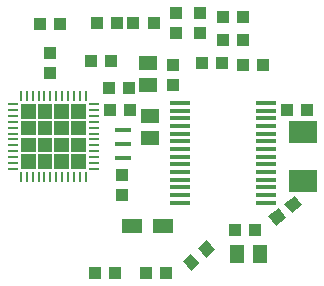
<source format=gbr>
G04 EAGLE Gerber RS-274X export*
G75*
%MOMM*%
%FSLAX34Y34*%
%LPD*%
%INSolderpaste Bottom*%
%IPPOS*%
%AMOC8*
5,1,8,0,0,1.08239X$1,22.5*%
G01*
%ADD10R,1.399997X0.400000*%
%ADD11R,0.812800X0.254000*%
%ADD12R,0.254000X0.812800*%
%ADD13R,1.100000X1.000000*%
%ADD14R,1.000000X1.100000*%
%ADD15R,1.500000X1.300000*%
%ADD16R,1.663700X0.431800*%
%ADD17R,2.400000X1.900000*%
%ADD18R,1.800000X1.230000*%
%ADD19R,1.300000X1.500000*%

G36*
X241794Y445533D02*
X241794Y445533D01*
X241796Y445533D01*
X241839Y445552D01*
X241883Y445571D01*
X241884Y445573D01*
X241886Y445574D01*
X241919Y445659D01*
X241919Y457883D01*
X241918Y457885D01*
X241918Y457887D01*
X241899Y457930D01*
X241880Y457973D01*
X241878Y457974D01*
X241877Y457976D01*
X241792Y458009D01*
X229568Y458009D01*
X229566Y458008D01*
X229564Y458009D01*
X229521Y457989D01*
X229478Y457971D01*
X229477Y457969D01*
X229475Y457968D01*
X229442Y457883D01*
X229442Y445659D01*
X229443Y445657D01*
X229442Y445655D01*
X229462Y445612D01*
X229480Y445568D01*
X229482Y445567D01*
X229483Y445565D01*
X229568Y445533D01*
X241792Y445533D01*
X241794Y445533D01*
G37*
G36*
X270242Y445533D02*
X270242Y445533D01*
X270244Y445533D01*
X270287Y445552D01*
X270331Y445571D01*
X270332Y445573D01*
X270334Y445574D01*
X270367Y445659D01*
X270367Y457883D01*
X270366Y457885D01*
X270366Y457887D01*
X270347Y457930D01*
X270328Y457973D01*
X270326Y457974D01*
X270325Y457976D01*
X270240Y458009D01*
X258016Y458009D01*
X258014Y458008D01*
X258012Y458009D01*
X257969Y457989D01*
X257926Y457971D01*
X257925Y457969D01*
X257923Y457968D01*
X257890Y457883D01*
X257890Y445659D01*
X257891Y445657D01*
X257890Y445655D01*
X257910Y445612D01*
X257928Y445568D01*
X257930Y445567D01*
X257931Y445565D01*
X258016Y445533D01*
X270240Y445533D01*
X270242Y445533D01*
G37*
G36*
X256018Y445533D02*
X256018Y445533D01*
X256020Y445533D01*
X256063Y445552D01*
X256107Y445571D01*
X256108Y445573D01*
X256110Y445574D01*
X256143Y445659D01*
X256143Y457883D01*
X256142Y457885D01*
X256142Y457887D01*
X256123Y457930D01*
X256104Y457973D01*
X256102Y457974D01*
X256101Y457976D01*
X256016Y458009D01*
X243792Y458009D01*
X243790Y458008D01*
X243788Y458009D01*
X243745Y457989D01*
X243702Y457971D01*
X243701Y457969D01*
X243699Y457968D01*
X243666Y457883D01*
X243666Y445659D01*
X243667Y445657D01*
X243666Y445655D01*
X243686Y445612D01*
X243704Y445568D01*
X243706Y445567D01*
X243707Y445565D01*
X243792Y445533D01*
X256016Y445533D01*
X256018Y445533D01*
G37*
G36*
X284466Y445533D02*
X284466Y445533D01*
X284468Y445533D01*
X284511Y445552D01*
X284555Y445571D01*
X284556Y445573D01*
X284558Y445574D01*
X284591Y445659D01*
X284591Y457883D01*
X284590Y457885D01*
X284590Y457887D01*
X284571Y457930D01*
X284552Y457973D01*
X284550Y457974D01*
X284549Y457976D01*
X284464Y458009D01*
X272240Y458009D01*
X272238Y458008D01*
X272236Y458009D01*
X272193Y457989D01*
X272150Y457971D01*
X272149Y457969D01*
X272147Y457968D01*
X272114Y457883D01*
X272114Y445659D01*
X272115Y445657D01*
X272114Y445655D01*
X272134Y445612D01*
X272152Y445568D01*
X272154Y445567D01*
X272155Y445565D01*
X272240Y445533D01*
X284464Y445533D01*
X284466Y445533D01*
G37*
G36*
X270242Y431309D02*
X270242Y431309D01*
X270244Y431309D01*
X270287Y431328D01*
X270331Y431347D01*
X270332Y431349D01*
X270334Y431350D01*
X270367Y431435D01*
X270367Y443659D01*
X270366Y443661D01*
X270366Y443663D01*
X270347Y443706D01*
X270328Y443749D01*
X270326Y443750D01*
X270325Y443752D01*
X270240Y443785D01*
X258016Y443785D01*
X258014Y443784D01*
X258012Y443785D01*
X257969Y443765D01*
X257926Y443747D01*
X257925Y443745D01*
X257923Y443744D01*
X257890Y443659D01*
X257890Y431435D01*
X257891Y431433D01*
X257890Y431431D01*
X257910Y431388D01*
X257928Y431344D01*
X257930Y431343D01*
X257931Y431341D01*
X258016Y431309D01*
X270240Y431309D01*
X270242Y431309D01*
G37*
G36*
X241794Y431309D02*
X241794Y431309D01*
X241796Y431309D01*
X241839Y431328D01*
X241883Y431347D01*
X241884Y431349D01*
X241886Y431350D01*
X241919Y431435D01*
X241919Y443659D01*
X241918Y443661D01*
X241918Y443663D01*
X241899Y443706D01*
X241880Y443749D01*
X241878Y443750D01*
X241877Y443752D01*
X241792Y443785D01*
X229568Y443785D01*
X229566Y443784D01*
X229564Y443785D01*
X229521Y443765D01*
X229478Y443747D01*
X229477Y443745D01*
X229475Y443744D01*
X229442Y443659D01*
X229442Y431435D01*
X229443Y431433D01*
X229442Y431431D01*
X229462Y431388D01*
X229480Y431344D01*
X229482Y431343D01*
X229483Y431341D01*
X229568Y431309D01*
X241792Y431309D01*
X241794Y431309D01*
G37*
G36*
X256018Y431309D02*
X256018Y431309D01*
X256020Y431309D01*
X256063Y431328D01*
X256107Y431347D01*
X256108Y431349D01*
X256110Y431350D01*
X256143Y431435D01*
X256143Y443659D01*
X256142Y443661D01*
X256142Y443663D01*
X256123Y443706D01*
X256104Y443749D01*
X256102Y443750D01*
X256101Y443752D01*
X256016Y443785D01*
X243792Y443785D01*
X243790Y443784D01*
X243788Y443785D01*
X243745Y443765D01*
X243702Y443747D01*
X243701Y443745D01*
X243699Y443744D01*
X243666Y443659D01*
X243666Y431435D01*
X243667Y431433D01*
X243666Y431431D01*
X243686Y431388D01*
X243704Y431344D01*
X243706Y431343D01*
X243707Y431341D01*
X243792Y431309D01*
X256016Y431309D01*
X256018Y431309D01*
G37*
G36*
X284466Y431309D02*
X284466Y431309D01*
X284468Y431309D01*
X284511Y431328D01*
X284555Y431347D01*
X284556Y431349D01*
X284558Y431350D01*
X284591Y431435D01*
X284591Y443659D01*
X284590Y443661D01*
X284590Y443663D01*
X284571Y443706D01*
X284552Y443749D01*
X284550Y443750D01*
X284549Y443752D01*
X284464Y443785D01*
X272240Y443785D01*
X272238Y443784D01*
X272236Y443785D01*
X272193Y443765D01*
X272150Y443747D01*
X272149Y443745D01*
X272147Y443744D01*
X272114Y443659D01*
X272114Y431435D01*
X272115Y431433D01*
X272114Y431431D01*
X272134Y431388D01*
X272152Y431344D01*
X272154Y431343D01*
X272155Y431341D01*
X272240Y431309D01*
X284464Y431309D01*
X284466Y431309D01*
G37*
G36*
X241794Y417085D02*
X241794Y417085D01*
X241796Y417085D01*
X241839Y417104D01*
X241883Y417123D01*
X241884Y417125D01*
X241886Y417126D01*
X241919Y417211D01*
X241919Y429435D01*
X241918Y429437D01*
X241918Y429439D01*
X241899Y429482D01*
X241880Y429525D01*
X241878Y429526D01*
X241877Y429528D01*
X241792Y429561D01*
X229568Y429561D01*
X229566Y429560D01*
X229564Y429561D01*
X229521Y429541D01*
X229478Y429523D01*
X229477Y429521D01*
X229475Y429520D01*
X229442Y429435D01*
X229442Y417211D01*
X229443Y417209D01*
X229442Y417207D01*
X229462Y417164D01*
X229480Y417120D01*
X229482Y417119D01*
X229483Y417117D01*
X229568Y417085D01*
X241792Y417085D01*
X241794Y417085D01*
G37*
G36*
X270242Y417085D02*
X270242Y417085D01*
X270244Y417085D01*
X270287Y417104D01*
X270331Y417123D01*
X270332Y417125D01*
X270334Y417126D01*
X270367Y417211D01*
X270367Y429435D01*
X270366Y429437D01*
X270366Y429439D01*
X270347Y429482D01*
X270328Y429525D01*
X270326Y429526D01*
X270325Y429528D01*
X270240Y429561D01*
X258016Y429561D01*
X258014Y429560D01*
X258012Y429561D01*
X257969Y429541D01*
X257926Y429523D01*
X257925Y429521D01*
X257923Y429520D01*
X257890Y429435D01*
X257890Y417211D01*
X257891Y417209D01*
X257890Y417207D01*
X257910Y417164D01*
X257928Y417120D01*
X257930Y417119D01*
X257931Y417117D01*
X258016Y417085D01*
X270240Y417085D01*
X270242Y417085D01*
G37*
G36*
X256018Y417085D02*
X256018Y417085D01*
X256020Y417085D01*
X256063Y417104D01*
X256107Y417123D01*
X256108Y417125D01*
X256110Y417126D01*
X256143Y417211D01*
X256143Y429435D01*
X256142Y429437D01*
X256142Y429439D01*
X256123Y429482D01*
X256104Y429525D01*
X256102Y429526D01*
X256101Y429528D01*
X256016Y429561D01*
X243792Y429561D01*
X243790Y429560D01*
X243788Y429561D01*
X243745Y429541D01*
X243702Y429523D01*
X243701Y429521D01*
X243699Y429520D01*
X243666Y429435D01*
X243666Y417211D01*
X243667Y417209D01*
X243666Y417207D01*
X243686Y417164D01*
X243704Y417120D01*
X243706Y417119D01*
X243707Y417117D01*
X243792Y417085D01*
X256016Y417085D01*
X256018Y417085D01*
G37*
G36*
X284466Y417085D02*
X284466Y417085D01*
X284468Y417085D01*
X284511Y417104D01*
X284555Y417123D01*
X284556Y417125D01*
X284558Y417126D01*
X284591Y417211D01*
X284591Y429435D01*
X284590Y429437D01*
X284590Y429439D01*
X284571Y429482D01*
X284552Y429525D01*
X284550Y429526D01*
X284549Y429528D01*
X284464Y429561D01*
X272240Y429561D01*
X272238Y429560D01*
X272236Y429561D01*
X272193Y429541D01*
X272150Y429523D01*
X272149Y429521D01*
X272147Y429520D01*
X272114Y429435D01*
X272114Y417211D01*
X272115Y417209D01*
X272114Y417207D01*
X272134Y417164D01*
X272152Y417120D01*
X272154Y417119D01*
X272155Y417117D01*
X272240Y417085D01*
X284464Y417085D01*
X284466Y417085D01*
G37*
G36*
X256018Y402861D02*
X256018Y402861D01*
X256020Y402861D01*
X256063Y402880D01*
X256107Y402899D01*
X256108Y402901D01*
X256110Y402902D01*
X256143Y402987D01*
X256143Y415211D01*
X256142Y415213D01*
X256142Y415215D01*
X256123Y415258D01*
X256104Y415301D01*
X256102Y415302D01*
X256101Y415304D01*
X256016Y415337D01*
X243792Y415337D01*
X243790Y415336D01*
X243788Y415337D01*
X243745Y415317D01*
X243702Y415299D01*
X243701Y415297D01*
X243699Y415296D01*
X243666Y415211D01*
X243666Y402987D01*
X243667Y402985D01*
X243666Y402983D01*
X243686Y402940D01*
X243704Y402896D01*
X243706Y402895D01*
X243707Y402893D01*
X243792Y402861D01*
X256016Y402861D01*
X256018Y402861D01*
G37*
G36*
X270242Y402861D02*
X270242Y402861D01*
X270244Y402861D01*
X270287Y402880D01*
X270331Y402899D01*
X270332Y402901D01*
X270334Y402902D01*
X270367Y402987D01*
X270367Y415211D01*
X270366Y415213D01*
X270366Y415215D01*
X270347Y415258D01*
X270328Y415301D01*
X270326Y415302D01*
X270325Y415304D01*
X270240Y415337D01*
X258016Y415337D01*
X258014Y415336D01*
X258012Y415337D01*
X257969Y415317D01*
X257926Y415299D01*
X257925Y415297D01*
X257923Y415296D01*
X257890Y415211D01*
X257890Y402987D01*
X257891Y402985D01*
X257890Y402983D01*
X257910Y402940D01*
X257928Y402896D01*
X257930Y402895D01*
X257931Y402893D01*
X258016Y402861D01*
X270240Y402861D01*
X270242Y402861D01*
G37*
G36*
X284466Y402861D02*
X284466Y402861D01*
X284468Y402861D01*
X284511Y402880D01*
X284555Y402899D01*
X284556Y402901D01*
X284558Y402902D01*
X284591Y402987D01*
X284591Y415211D01*
X284590Y415213D01*
X284590Y415215D01*
X284571Y415258D01*
X284552Y415301D01*
X284550Y415302D01*
X284549Y415304D01*
X284464Y415337D01*
X272240Y415337D01*
X272238Y415336D01*
X272236Y415337D01*
X272193Y415317D01*
X272150Y415299D01*
X272149Y415297D01*
X272147Y415296D01*
X272114Y415211D01*
X272114Y402987D01*
X272115Y402985D01*
X272114Y402983D01*
X272134Y402940D01*
X272152Y402896D01*
X272154Y402895D01*
X272155Y402893D01*
X272240Y402861D01*
X284464Y402861D01*
X284466Y402861D01*
G37*
G36*
X241794Y402861D02*
X241794Y402861D01*
X241796Y402861D01*
X241839Y402880D01*
X241883Y402899D01*
X241884Y402901D01*
X241886Y402902D01*
X241919Y402987D01*
X241919Y415211D01*
X241918Y415213D01*
X241918Y415215D01*
X241899Y415258D01*
X241880Y415301D01*
X241878Y415302D01*
X241877Y415304D01*
X241792Y415337D01*
X229568Y415337D01*
X229566Y415336D01*
X229564Y415337D01*
X229521Y415317D01*
X229478Y415299D01*
X229477Y415297D01*
X229475Y415296D01*
X229442Y415211D01*
X229442Y402987D01*
X229443Y402985D01*
X229442Y402983D01*
X229462Y402940D01*
X229480Y402896D01*
X229482Y402895D01*
X229483Y402893D01*
X229568Y402861D01*
X241792Y402861D01*
X241794Y402861D01*
G37*
D10*
X315921Y412283D03*
X315921Y424283D03*
X315921Y436283D03*
D11*
X291560Y457942D03*
X291560Y452941D03*
X291560Y447939D03*
X291560Y442938D03*
X291560Y437937D03*
X291560Y432936D03*
X291560Y427934D03*
X291560Y422933D03*
X291560Y417932D03*
X291560Y412931D03*
X291560Y407929D03*
X291560Y402928D03*
D12*
X284523Y395891D03*
X279522Y395891D03*
X274520Y395891D03*
X269519Y395891D03*
X264518Y395891D03*
X259517Y395891D03*
X254515Y395891D03*
X249514Y395891D03*
X244513Y395891D03*
X239512Y395891D03*
X234510Y395891D03*
X229509Y395891D03*
D11*
X222472Y402928D03*
X222472Y407929D03*
X222472Y412931D03*
X222472Y417932D03*
X222472Y422933D03*
X222472Y427934D03*
X222472Y432936D03*
X222472Y437937D03*
X222472Y442938D03*
X222472Y447939D03*
X222472Y452941D03*
X222472Y457942D03*
D12*
X229509Y464979D03*
X234510Y464979D03*
X239512Y464979D03*
X244513Y464979D03*
X249514Y464979D03*
X254515Y464979D03*
X259517Y464979D03*
X264518Y464979D03*
X269519Y464979D03*
X274520Y464979D03*
X279522Y464979D03*
X284523Y464979D03*
D13*
X254539Y483891D03*
X254539Y500891D03*
D14*
X315414Y397497D03*
X315414Y380497D03*
D13*
X304062Y471820D03*
X321062Y471820D03*
X304858Y452562D03*
X321858Y452562D03*
D15*
X336879Y492814D03*
X336879Y473814D03*
X338550Y447824D03*
X338550Y428824D03*
D16*
X364554Y374278D03*
X364554Y380778D03*
X364554Y387278D03*
X364554Y393778D03*
X364554Y400278D03*
X364554Y406778D03*
X364554Y413278D03*
X364554Y419778D03*
X364554Y426278D03*
X364554Y432778D03*
X364554Y439278D03*
X364554Y445778D03*
X364554Y452278D03*
X364554Y458778D03*
X437070Y458778D03*
X437070Y452278D03*
X437070Y445778D03*
X437070Y439278D03*
X437070Y432778D03*
X437070Y426278D03*
X437070Y419778D03*
X437070Y413278D03*
X437070Y406778D03*
X437070Y400278D03*
X437070Y393778D03*
X437070Y387278D03*
X437070Y380778D03*
X437070Y374278D03*
D17*
X468059Y434139D03*
X468059Y393139D03*
D14*
X400281Y531813D03*
X417281Y531813D03*
D18*
X349650Y354806D03*
X323450Y354806D03*
D13*
X472050Y453231D03*
X455050Y453231D03*
X410600Y350838D03*
X427600Y350838D03*
X417744Y490538D03*
X434744Y490538D03*
D19*
X412775Y330994D03*
X431775Y330994D03*
D14*
X381000Y534756D03*
X381000Y517756D03*
X399819Y492919D03*
X382819Y492919D03*
X400281Y511969D03*
X417281Y511969D03*
D13*
X361156Y517756D03*
X361156Y534756D03*
D14*
X245500Y525463D03*
X262500Y525463D03*
X341875Y526256D03*
X324875Y526256D03*
X310919Y526256D03*
X293919Y526256D03*
D13*
X306156Y494506D03*
X289156Y494506D03*
X357981Y474100D03*
X357981Y491100D03*
D14*
X309331Y315119D03*
X292331Y315119D03*
G36*
X381195Y322963D02*
X373672Y316376D01*
X366427Y324651D01*
X373950Y331238D01*
X381195Y322963D01*
G37*
G36*
X393986Y334161D02*
X386463Y327574D01*
X379218Y335849D01*
X386741Y342436D01*
X393986Y334161D01*
G37*
X352194Y315119D03*
X335194Y315119D03*
D13*
G36*
X452538Y373295D02*
X461229Y380037D01*
X467358Y372137D01*
X458667Y365395D01*
X452538Y373295D01*
G37*
G36*
X439105Y362876D02*
X447796Y369618D01*
X453925Y361718D01*
X445234Y354976D01*
X439105Y362876D01*
G37*
M02*

</source>
